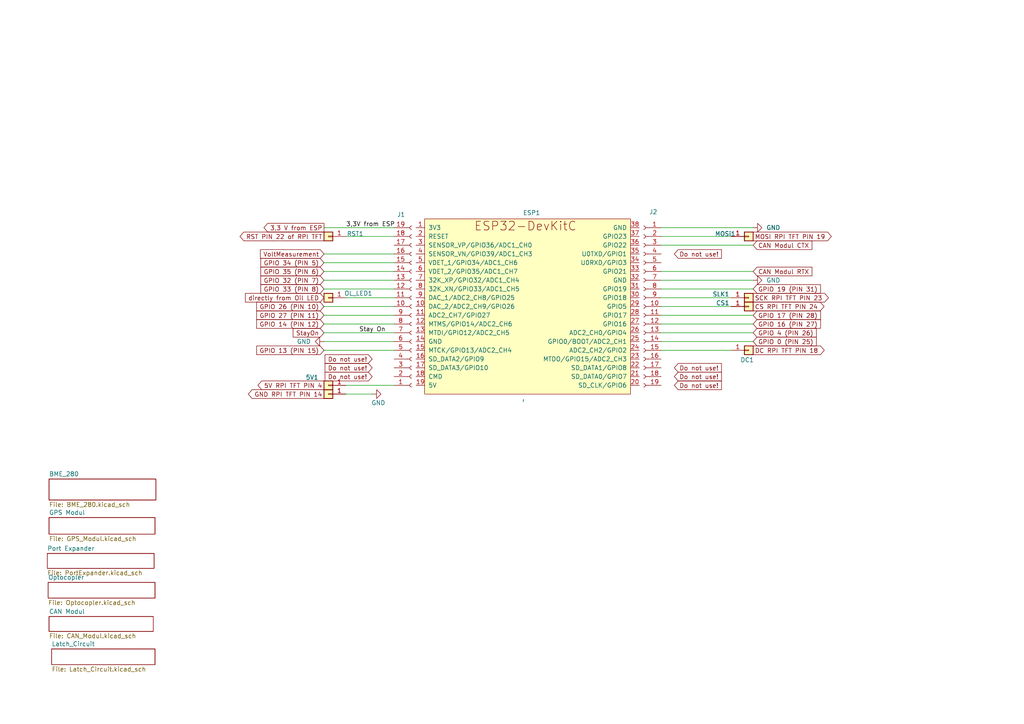
<source format=kicad_sch>
(kicad_sch (version 20250114) (generator "eeschema") (generator_version "9.0")
  (paper "A4")
  (title_block (title "T4_MFA Brakeout Board") (date "30.01.2025") (rev "4") (comment 1 "Master Sheet") (comment 2 "(c) Norbert Schechner"))
  (lib_symbols
    (symbol "Connector:Conn_01x19_Socket" (pin_names (offset 1.016) (hide yes))
      (property "Reference" "J" (at 0 25.4 0))
      (property "Value" "Conn_01x19_Socket" (at 0 -25.4 0))
      (symbol "Conn_01x19_Socket_1_1"
        (polyline (pts (xy -1.27 22.86) (xy -0.508 22.86)) (stroke (width 0.1524)))
        (polyline (pts (xy -1.27 20.32) (xy -0.508 20.32)) (stroke (width 0.1524)))
        (polyline (pts (xy -1.27 17.78) (xy -0.508 17.78)) (stroke (width 0.1524)))
        (polyline (pts (xy -1.27 15.24) (xy -0.508 15.24)) (stroke (width 0.1524)))
        (polyline (pts (xy -1.27 12.7) (xy -0.508 12.7)) (stroke (width 0.1524)))
        (polyline (pts (xy -1.27 10.16) (xy -0.508 10.16)) (stroke (width 0.1524)))
        (polyline (pts (xy -1.27 7.62) (xy -0.508 7.62)) (stroke (width 0.1524)))
        (polyline (pts (xy -1.27 5.08) (xy -0.508 5.08)) (stroke (width 0.1524)))
        (polyline (pts (xy -1.27 2.54) (xy -0.508 2.54)) (stroke (width 0.1524)))
        (polyline (pts (xy -1.27 0) (xy -0.508 0)) (stroke (width 0.1524)))
        (polyline (pts (xy -1.27 -2.54) (xy -0.508 -2.54)) (stroke (width 0.1524)))
        (polyline (pts (xy -1.27 -5.08) (xy -0.508 -5.08)) (stroke (width 0.1524)))
        (polyline (pts (xy -1.27 -7.62) (xy -0.508 -7.62)) (stroke (width 0.1524)))
        (polyline (pts (xy -1.27 -10.16) (xy -0.508 -10.16)) (stroke (width 0.1524)))
        (polyline (pts (xy -1.27 -12.7) (xy -0.508 -12.7)) (stroke (width 0.1524)))
        (polyline (pts (xy -1.27 -15.24) (xy -0.508 -15.24)) (stroke (width 0.1524)))
        (polyline (pts (xy -1.27 -17.78) (xy -0.508 -17.78)) (stroke (width 0.1524)))
        (polyline (pts (xy -1.27 -20.32) (xy -0.508 -20.32)) (stroke (width 0.1524)))
        (polyline (pts (xy -1.27 -22.86) (xy -0.508 -22.86)) (stroke (width 0.1524)))
        (arc (start 0 22.352) (mid -0.5058 22.86) (end 0 23.368) (stroke (width 0.1524)))
        (arc (start 0 19.812) (mid -0.5058 20.32) (end 0 20.828) (stroke (width 0.1524)))
        (arc (start 0 17.272) (mid -0.5058 17.78) (end 0 18.288) (stroke (width 0.1524)))
        (arc (start 0 14.732) (mid -0.5058 15.24) (end 0 15.748) (stroke (width 0.1524)))
        (arc (start 0 12.192) (mid -0.5058 12.7) (end 0 13.208) (stroke (width 0.1524)))
        (arc (start 0 9.652) (mid -0.5058 10.16) (end 0 10.668) (stroke (width 0.1524)))
        (arc (start 0 7.112) (mid -0.5058 7.62) (end 0 8.128) (stroke (width 0.1524)))
        (arc (start 0 4.572) (mid -0.5058 5.08) (end 0 5.588) (stroke (width 0.1524)))
        (arc (start 0 2.032) (mid -0.5058 2.54) (end 0 3.048) (stroke (width 0.1524)))
        (arc (start 0 -0.508) (mid -0.5058 0) (end 0 0.508) (stroke (width 0.1524)))
        (arc (start 0 -3.048) (mid -0.5058 -2.54) (end 0 -2.032) (stroke (width 0.1524)))
        (arc (start 0 -5.588) (mid -0.5058 -5.08) (end 0 -4.572) (stroke (width 0.1524)))
        (arc (start 0 -8.128) (mid -0.5058 -7.62) (end 0 -7.112) (stroke (width 0.1524)))
        (arc (start 0 -10.668) (mid -0.5058 -10.16) (end 0 -9.652) (stroke (width 0.1524)))
        (arc (start 0 -13.208) (mid -0.5058 -12.7) (end 0 -12.192) (stroke (width 0.1524)))
        (arc (start 0 -15.748) (mid -0.5058 -15.24) (end 0 -14.732) (stroke (width 0.1524)))
        (arc (start 0 -18.288) (mid -0.5058 -17.78) (end 0 -17.272) (stroke (width 0.1524)))
        (arc (start 0 -20.828) (mid -0.5058 -20.32) (end 0 -19.812) (stroke (width 0.1524)))
        (arc (start 0 -23.368) (mid -0.5058 -22.86) (end 0 -22.352) (stroke (width 0.1524)))
        (pin passive line (at -5.08 22.86 0) (length 3.81) (name "Pin_1") (number "1"))
        (pin passive line (at -5.08 20.32 0) (length 3.81) (name "Pin_2") (number "2"))
        (pin passive line (at -5.08 17.78 0) (length 3.81) (name "Pin_3") (number "3"))
        (pin passive line (at -5.08 15.24 0) (length 3.81) (name "Pin_4") (number "4"))
        (pin passive line (at -5.08 12.7 0) (length 3.81) (name "Pin_5") (number "5"))
        (pin passive line (at -5.08 10.16 0) (length 3.81) (name "Pin_6") (number "6"))
        (pin passive line (at -5.08 7.62 0) (length 3.81) (name "Pin_7") (number "7"))
        (pin passive line (at -5.08 5.08 0) (length 3.81) (name "Pin_8") (number "8"))
        (pin passive line (at -5.08 2.54 0) (length 3.81) (name "Pin_9") (number "9"))
        (pin passive line (at -5.08 0 0) (length 3.81) (name "Pin_10") (number "10"))
        (pin passive line (at -5.08 -2.54 0) (length 3.81) (name "Pin_11") (number "11"))
        (pin passive line (at -5.08 -5.08 0) (length 3.81) (name "Pin_12") (number "12"))
        (pin passive line (at -5.08 -7.62 0) (length 3.81) (name "Pin_13") (number "13"))
        (pin passive line (at -5.08 -10.16 0) (length 3.81) (name "Pin_14") (number "14"))
        (pin passive line (at -5.08 -12.7 0) (length 3.81) (name "Pin_15") (number "15"))
        (pin passive line (at -5.08 -15.24 0) (length 3.81) (name "Pin_16") (number "16"))
        (pin passive line (at -5.08 -17.78 0) (length 3.81) (name "Pin_17") (number "17"))
        (pin passive line (at -5.08 -20.32 0) (length 3.81) (name "Pin_18") (number "18"))
        (pin passive line (at -5.08 -22.86 0) (length 3.81) (name "Pin_19") (number "19"))
      )
    )
    (symbol "Connector_Generic:Conn_01x01" (pin_names (offset 1.016) (hide yes))
      (property "Reference" "J" (at 0 2.54 0))
      (property "Value" "Conn_01x01" (at 0 -2.54 0))
      (symbol "Conn_01x01_1_1"
        (rectangle (start -1.27 1.27) (end 1.27 -1.27) (stroke (width 0.254)) (fill (type background)))
        (rectangle (start -1.27 0.127) (end 0 -0.127) (stroke (width 0.1524)))
        (pin passive line (at -5.08 0 0) (length 3.81) (name "Pin_1") (number "1"))
      )
    )
    (symbol "PCM_Espressif:ESP32-DevKitC" (pin_names (offset 1.016))
      (property "Reference" "ESP32" (at -2.794 23.114 0))
      (symbol "ESP32-DevKitC_0_0"
        (text "ESP32-DevKitC" (at 1.27 -23.368 0) (effects (font (size 2.54 2.54))))
        (pin power_in line (at 33.02 22.86 180) (length 2.54) (name "5V") (number "19"))
        (pin power_in line (at 33.02 10.16 180) (length 2.54) (name "GND") (number "14"))
      )
      (symbol "ESP32-DevKitC_0_1"
        (rectangle (start -29.21 25.4) (end 30.48 -25.4) (fill (type background)))
      )
      (symbol "ESP32-DevKitC_1_1"
        (pin bidirectional line (at -31.75 22.86 0) (length 2.54) (name "SD_CLK/GPIO6") (number "20"))
        (pin bidirectional line (at -31.75 20.32 0) (length 2.54) (name "SD_DATA0/GPIO7") (number "21"))
        (pin bidirectional line (at -31.75 17.78 0) (length 2.54) (name "SD_DATA1/GPIO8") (number "22"))
        (pin bidirectional line (at -31.75 15.24 0) (length 2.54) (name "MTDO/GPIO15/ADC2_CH3") (number "23"))
        (pin bidirectional line (at -31.75 12.7 0) (length 2.54) (name "ADC2_CH2/GPIO2") (number "24"))
        (pin bidirectional line (at -31.75 10.16 0) (length 2.54) (name "GPIO0/BOOT/ADC2_CH1") (number "25"))
        (pin bidirectional line (at -31.75 7.62 0) (length 2.54) (name "ADC2_CH0/GPIO4") (number "26"))
        (pin bidirectional line (at -31.75 5.08 0) (length 2.54) (name "GPIO16") (number "27"))
        (pin bidirectional line (at -31.75 2.54 0) (length 2.54) (name "GPIO17") (number "28"))
        (pin bidirectional line (at -31.75 0 0) (length 2.54) (name "GPIO5") (number "29"))
        (pin bidirectional line (at -31.75 -2.54 0) (length 2.54) (name "GPIO18") (number "30"))
        (pin bidirectional line (at -31.75 -5.08 0) (length 2.54) (name "GPIO19") (number "31"))
        (pin passive line (at -31.75 -7.62 0) (length 2.54) (name "GND") (number "32"))
        (pin bidirectional line (at -31.75 -10.16 0) (length 2.54) (name "GPIO21") (number "33"))
        (pin bidirectional line (at -31.75 -12.7 0) (length 2.54) (name "U0RXD/GPIO3") (number "34"))
        (pin bidirectional line (at -31.75 -15.24 0) (length 2.54) (name "U0TXD/GPIO1") (number "35"))
        (pin bidirectional line (at -31.75 -17.78 0) (length 2.54) (name "GPIO22") (number "36"))
        (pin bidirectional line (at -31.75 -20.32 0) (length 2.54) (name "GPIO23") (number "37"))
        (pin passive line (at -31.75 -22.86 0) (length 2.54) (name "GND") (number "38"))
        (pin bidirectional line (at 33.02 20.32 180) (length 2.54) (name "CMD") (number "18"))
        (pin bidirectional line (at 33.02 17.78 180) (length 2.54) (name "SD_DATA3/GPIO10") (number "17"))
        (pin bidirectional line (at 33.02 15.24 180) (length 2.54) (name "SD_DATA2/GPIO9") (number "16"))
        (pin bidirectional line (at 33.02 12.7 180) (length 2.54) (name "MTCK/GPIO13/ADC2_CH4") (number "15"))
        (pin bidirectional line (at 33.02 7.62 180) (length 2.54) (name "MTDI/GPIO12/ADC2_CH5") (number "13"))
        (pin bidirectional line (at 33.02 5.08 180) (length 2.54) (name "MTMS/GPIO14/ADC2_CH6") (number "12"))
        (pin bidirectional line (at 33.02 2.54 180) (length 2.54) (name "ADC2_CH7/GPIO27") (number "11"))
        (pin bidirectional line (at 33.02 0 180) (length 2.54) (name "DAC_2/ADC2_CH9/GPIO26") (number "10"))
        (pin bidirectional line (at 33.02 -2.54 180) (length 2.54) (name "DAC_1/ADC2_CH8/GPIO25") (number "9"))
        (pin bidirectional line (at 33.02 -5.08 180) (length 2.54) (name "32K_XN/GPIO33/ADC1_CH5") (number "8"))
        (pin bidirectional line (at 33.02 -7.62 180) (length 2.54) (name "32K_XP/GPIO32/ADC1_CH4") (number "7"))
        (pin input line (at 33.02 -10.16 180) (length 2.54) (name "VDET_2/GPIO35/ADC1_CH7") (number "6"))
        (pin input line (at 33.02 -12.7 180) (length 2.54) (name "VDET_1/GPIO34/ADC1_CH6") (number "5"))
        (pin input line (at 33.02 -15.24 180) (length 2.54) (name "SENSOR_VN/GPIO39/ADC1_CH3") (number "4"))
        (pin input line (at 33.02 -17.78 180) (length 2.54) (name "SENSOR_VP/GPIO36/ADC1_CH0") (number "3"))
        (pin input line (at 33.02 -20.32 180) (length 2.54) (name "RESET") (number "2"))
        (pin power_in line (at 33.02 -22.86 180) (length 2.54) (name "3V3") (number "1"))
      )
    )
    (symbol "power:GND" (power) (pin_numbers (hide yes)) (pin_names (offset 0) (hide yes))
      (property "Value" "GND" (at 0 -3.81 0))
      (symbol "GND_0_1"
        (polyline (pts (xy 0 0) (xy 0 -1.27) (xy 1.27 -1.27) (xy 0 -2.54) (xy -1.27 -1.27) (xy 0 -1.27)))
      )
      (symbol "GND_1_1"
        (pin power_in line (at 0 0 270) (length 0) (name "~") (number "1"))
      )
    )
  )
  (wire (pts (xy 212.09 68.58) (xy 191.77 68.58)))
  (wire (pts (xy 93.98 96.52) (xy 114.3 96.52)))
  (wire (pts (xy 191.77 66.04) (xy 218.44 66.04)))
  (wire (pts (xy 191.77 93.98) (xy 218.44 93.98)))
  (wire (pts (xy 100.33 111.76) (xy 114.3 111.76)))
  (wire (pts (xy 191.77 78.74) (xy 218.44 78.74)))
  (wire (pts (xy 100.33 86.36) (xy 114.3 86.36)))
  (wire (pts (xy 93.98 83.82) (xy 114.3 83.82)))
  (wire (pts (xy 191.77 81.28) (xy 218.44 81.28)))
  (wire (pts (xy 93.98 101.6) (xy 114.3 101.6)))
  (wire (pts (xy 212.09 88.9) (xy 191.77 88.9)))
  (wire (pts (xy 191.77 91.44) (xy 218.44 91.44)))
  (wire (pts (xy 93.98 88.9) (xy 114.3 88.9)))
  (wire (pts (xy 212.09 101.6) (xy 191.77 101.6)))
  (wire (pts (xy 191.77 96.52) (xy 218.44 96.52)))
  (wire (pts (xy 212.09 86.36) (xy 191.77 86.36)))
  (wire (pts (xy 191.77 99.06) (xy 218.44 99.06)))
  (wire (pts (xy 93.98 93.98) (xy 114.3 93.98)))
  (wire (pts (xy 93.98 91.44) (xy 114.3 91.44)))
  (wire (pts (xy 93.98 66.04) (xy 114.3 66.04)))
  (wire (pts (xy 93.98 78.74) (xy 114.3 78.74)))
  (wire (pts (xy 191.77 71.12) (xy 218.44 71.12)))
  (wire (pts (xy 100.33 114.3) (xy 107.95 114.3)))
  (wire (pts (xy 100.33 68.58) (xy 114.3 68.58)))
  (wire (pts (xy 93.98 81.28) (xy 114.3 81.28)))
  (wire (pts (xy 93.98 76.2) (xy 114.3 76.2)))
  (wire (pts (xy 191.77 83.82) (xy 218.44 83.82)))
  (wire (pts (xy 93.98 99.06) (xy 114.3 99.06)))
  (wire (pts (xy 93.98 73.66) (xy 114.3 73.66)))
  (label "3,3V from ESP" (at 100.33 66.04 0))
  (label "Stay On" (at 104.14 96.52 0))
  (global_label "GPIO 16 (PIN 27)" (shape input) (at 218.44 93.98 0) (property "Intersheetrefs" "${INTERSHEET_REFS}" (at 238.54 93.98 0) (effects (justify left))))
  (global_label "GPIO 14 (PIN 12)" (shape input) (at 93.98 93.98 180) (property "Intersheetrefs" "${INTERSHEET_REFS}" (at 73.88 93.98 0) (effects (justify right))))
  (global_label "GPIO 27 (PIN 11)" (shape input) (at 93.98 91.44 180) (property "Intersheetrefs" "${INTERSHEET_REFS}" (at 73.88 91.44 0) (effects (justify right))))
  (global_label "GPIO 4 (PIN 26)" (shape input) (at 218.44 96.52 0) (property "Intersheetrefs" "${INTERSHEET_REFS}" (at 237.3305 96.52 0) (effects (justify left))))
  (global_label "3,3 V from ESP" (shape output) (at 93.98 66.04 180) (property "Intersheetrefs" "${INTERSHEET_REFS}" (at 75.9969 66.04 0) (effects (justify right))))
  (global_label "Do not use!" (shape input) (at 107.95 109.22 180) (property "Intersheetrefs" "${INTERSHEET_REFS}" (at 93.7164 109.22 0) (effects (justify right))))
  (global_label "SCK RPI TFT PIN 23" (shape output) (at 218.44 86.36 0) (property "Intersheetrefs" "${INTERSHEET_REFS}" (at 240.838 86.36 0) (effects (justify left))))
  (global_label "GPIO 17 (PIN 28)" (shape input) (at 218.44 91.44 0) (property "Intersheetrefs" "${INTERSHEET_REFS}" (at 238.54 91.44 0) (effects (justify left))))
  (global_label "GND RPI TFT PIN 14" (shape output) (at 93.98 114.3 180) (property "Intersheetrefs" "${INTERSHEET_REFS}" (at 71.461 114.3 0) (effects (justify right))))
  (global_label "CAN Modul CTX" (shape input) (at 218.44 71.12 0) (property "Intersheetrefs" "${INTERSHEET_REFS}" (at 236.0602 71.12 0) (effects (justify left))))
  (global_label "MOSI RPI TFT PIN 19" (shape output) (at 218.44 68.58 0) (property "Intersheetrefs" "${INTERSHEET_REFS}" (at 241.6847 68.58 0) (effects (justify left))))
  (global_label "GPIO 13 (PIN 15)" (shape input) (at 93.98 101.6 180) (property "Intersheetrefs" "${INTERSHEET_REFS}" (at 73.88 101.6 0) (effects (justify right))))
  (global_label "CS RPI TFT PIN 24" (shape output) (at 218.44 88.9 0) (property "Intersheetrefs" "${INTERSHEET_REFS}" (at 239.568 88.9 0) (effects (justify left))))
  (global_label "Do not use!" (shape input) (at 107.95 106.68 180) (property "Intersheetrefs" "${INTERSHEET_REFS}" (at 93.7164 106.68 0) (effects (justify right))))
  (global_label "StayOn" (shape input) (at 93.98 96.52 180) (property "Intersheetrefs" "${INTERSHEET_REFS}" (at 84.4635 96.52 0) (effects (justify right))))
  (global_label "GPIO 33 (PIN 8)" (shape input) (at 93.98 83.82 180) (property "Intersheetrefs" "${INTERSHEET_REFS}" (at 75.0895 83.82 0) (effects (justify right))))
  (global_label "Do not use!" (shape input) (at 107.95 104.14 180) (property "Intersheetrefs" "${INTERSHEET_REFS}" (at 93.7164 104.14 0) (effects (justify right))))
  (global_label "directly from Oil LED" (shape input) (at 93.98 86.36 180) (property "Intersheetrefs" "${INTERSHEET_REFS}" (at 70.6145 86.36 0) (effects (justify right))))
  (global_label "VoltMeasurement" (shape input) (at 93.98 73.66 180) (property "Intersheetrefs" "${INTERSHEET_REFS}" (at 74.9688 73.66 0) (effects (justify right))))
  (global_label "Do not use!" (shape input) (at 195.58 73.66 0) (property "Intersheetrefs" "${INTERSHEET_REFS}" (at 209.8136 73.66 0) (effects (justify left))))
  (global_label "5V RPI TFT PIN 4" (shape output) (at 93.98 111.76 180) (property "Intersheetrefs" "${INTERSHEET_REFS}" (at 74.2429 111.76 0) (effects (justify right))))
  (global_label "GPIO 34 (PIN 5)" (shape input) (at 93.98 76.2 180) (property "Intersheetrefs" "${INTERSHEET_REFS}" (at 75.0895 76.2 0) (effects (justify right))))
  (global_label "Do not use!" (shape input) (at 195.58 111.76 0) (property "Intersheetrefs" "${INTERSHEET_REFS}" (at 209.8136 111.76 0) (effects (justify left))))
  (global_label "Do not use!" (shape input) (at 195.58 109.22 0) (property "Intersheetrefs" "${INTERSHEET_REFS}" (at 209.8136 109.22 0) (effects (justify left))))
  (global_label "GPIO 26 (PIN 10)" (shape input) (at 93.98 88.9 180) (property "Intersheetrefs" "${INTERSHEET_REFS}" (at 73.88 88.9 0) (effects (justify right))))
  (global_label "GPIO 0 (PIN 25)" (shape input) (at 218.44 99.06 0) (property "Intersheetrefs" "${INTERSHEET_REFS}" (at 237.3305 99.06 0) (effects (justify left))))
  (global_label "Do not use!" (shape input) (at 195.58 106.68 0) (property "Intersheetrefs" "${INTERSHEET_REFS}" (at 209.8136 106.68 0) (effects (justify left))))
  (global_label "GPIO 19 (PIN 31)" (shape input) (at 218.44 83.82 0) (property "Intersheetrefs" "${INTERSHEET_REFS}" (at 238.54 83.82 0) (effects (justify left))))
  (global_label "CAN Modul RTX" (shape input) (at 218.44 78.74 0) (property "Intersheetrefs" "${INTERSHEET_REFS}" (at 236.0602 78.74 0) (effects (justify left))))
  (global_label "RST PIN 22 of RPI TFT" (shape output) (at 93.98 68.58 180) (property "Intersheetrefs" "${INTERSHEET_REFS}" (at 69.0421 68.58 0) (effects (justify right))))
  (global_label "DC RPI TFT PIN 18" (shape output) (at 218.44 101.6 0) (property "Intersheetrefs" "${INTERSHEET_REFS}" (at 239.6285 101.6 0) (effects (justify left))))
  (global_label "GPIO 32 (PIN 7)" (shape input) (at 93.98 81.28 180) (property "Intersheetrefs" "${INTERSHEET_REFS}" (at 75.0895 81.28 0) (effects (justify right))))
  (global_label "GPIO 35 (PIN 6)" (shape input) (at 93.98 78.74 180) (property "Intersheetrefs" "${INTERSHEET_REFS}" (at 75.0895 78.74 0) (effects (justify right))))
  (symbol (lib_id "Connector:Conn_01x19_Socket") (at 186.69 88.9 0) (mirror y) (unit 1)
    (property "Reference" "J2" (at 189.484 61.468 0))
    (property "Value" "Conn_01x19_Socket" (effects (hide yes)))
    (property "Footprint" "Connector_PinSocket_2.54mm:PinSocket_1x19_P2.54mm_Vertical" (effects (hide yes)))
    (property "Description" "Generic connector, single row, 01x19, script generated" (effects (hide yes)))
  )
  (symbol (lib_id "Connector_Generic:Conn_01x01") (at 217.17 68.58 0) (unit 1)
    (property "Reference" "MOSi1" (at 213.36 67.818 0) (effects (justify right)))
    (property "Value" "TFT_MOSI" (effects (hide yes)))
    (property "Footprint" "Connector_Wire:SolderWire-0.5sqmm_1x01_D0.9mm_OD2.1mm" (effects (hide yes)))
    (property "Description" "Generic connector, single row, 01x01, script generated (kicad-library-utils/schlib/autogen/connector/)" (effects (hide yes)))
  )
  (symbol (lib_id "Connector:Conn_01x19_Socket") (at 119.38 88.9 0) (mirror x) (unit 1)
    (property "Reference" "J1" (at 116.332 62.23 0))
    (property "Value" "Conn_01x19_Socket" (effects (hide yes)))
    (property "Footprint" "Connector_PinSocket_2.54mm:PinSocket_1x19_P2.54mm_Vertical" (effects (hide yes)))
    (property "Description" "Generic connector, single row, 01x19, script generated" (effects (hide yes)))
  )
  (symbol (lib_id "Connector_Generic:Conn_01x01") (at 95.25 114.3 180) (unit 1)
    (property "Reference" "GND_1" (effects (hide yes)))
    (property "Value" "TFT_GND" (effects (hide yes)))
    (property "Footprint" "Connector_Wire:SolderWire-0.5sqmm_1x01_D0.9mm_OD2.1mm" (effects (hide yes)))
    (property "Description" "Generic connector, single row, 01x01, script generated (kicad-library-utils/schlib/autogen/connector/)" (effects (hide yes)))
  )
  (symbol (lib_id "Connector_Generic:Conn_01x01") (at 217.17 101.6 0) (unit 1)
    (property "Reference" "DC1" (at 218.694 104.394 0) (effects (justify right)))
    (property "Value" "TFT_DC" (effects (hide yes)))
    (property "Footprint" "Connector_Wire:SolderWire-0.5sqmm_1x01_D0.9mm_OD2.1mm" (effects (hide yes)))
    (property "Description" "Generic connector, single row, 01x01, script generated (kicad-library-utils/schlib/autogen/connector/)" (effects (hide yes)))
  )
  (symbol (lib_id "Connector_Generic:Conn_01x01") (at 217.17 88.9 0) (unit 1)
    (property "Reference" "CS1" (at 211.582 87.884 0) (effects (justify right)))
    (property "Value" "TFT_CS" (effects (hide yes)))
    (property "Footprint" "Connector_Wire:SolderWire-0.5sqmm_1x01_D0.9mm_OD2.1mm" (effects (hide yes)))
    (property "Description" "Generic connector, single row, 01x01, script generated (kicad-library-utils/schlib/autogen/connector/)" (effects (hide yes)))
  )
  (symbol (lib_id "Connector_Generic:Conn_01x01") (at 217.17 86.36 0) (unit 1)
    (property "Reference" "SLK1" (at 211.582 85.344 0) (effects (justify right)))
    (property "Value" "TFT_SLK" (effects (hide yes)))
    (property "Footprint" "Connector_Wire:SolderWire-0.5sqmm_1x01_D0.9mm_OD2.1mm" (effects (hide yes)))
    (property "Description" "Generic connector, single row, 01x01, script generated (kicad-library-utils/schlib/autogen/connector/)" (effects (hide yes)))
  )
  (symbol (lib_id "Connector_Generic:Conn_01x01") (at 95.25 86.36 180) (unit 1)
    (property "Reference" "OL_LED1" (at 99.822 85.09 0) (effects (justify right)))
    (property "Value" "O_Lev_LED" (effects (hide yes)))
    (property "Footprint" "Connector_Wire:SolderWire-0.5sqmm_1x01_D0.9mm_OD2.1mm" (effects (hide yes)))
    (property "Description" "Generic connector, single row, 01x01, script generated (kicad-library-utils/schlib/autogen/connector/)" (effects (hide yes)))
  )
  (symbol (lib_id "power:GND") (at 93.98 99.06 270) (unit 1)
    (property "Reference" "#PWR1" (effects (hide yes)))
    (property "Value" "GND" (at 90.17 99.06 90) (effects (justify right)))
    (property "Description" "Power symbol creates a global label with name \"GND\" , ground" (effects (hide yes)))
  )
  (symbol (lib_id "power:GND") (at 218.44 81.28 90) (unit 1)
    (property "Reference" "#PWR4" (effects (hide yes)))
    (property "Value" "GND" (at 222.25 81.2799 90) (effects (justify right)))
    (property "Description" "Power symbol creates a global label with name \"GND\" , ground" (effects (hide yes)))
  )
  (symbol (lib_id "Connector_Generic:Conn_01x01") (at 95.25 68.58 180) (unit 1)
    (property "Reference" "RST1" (at 100.584 67.818 0) (effects (justify right)))
    (property "Value" "TFT_RST" (effects (hide yes)))
    (property "Footprint" "Connector_Wire:SolderWire-0.5sqmm_1x01_D0.9mm_OD2.1mm" (effects (hide yes)))
    (property "Description" "Generic connector, single row, 01x01, script generated (kicad-library-utils/schlib/autogen/connector/)" (effects (hide yes)))
  )
  (symbol (lib_id "power:GND") (at 107.95 114.3 90) (unit 1)
    (property "Reference" "#PWR2" (effects (hide yes)))
    (property "Value" "GND" (at 107.696 116.84 90) (effects (justify right)))
    (property "Description" "Power symbol creates a global label with name \"GND\" , ground" (effects (hide yes)))
  )
  (symbol (lib_id "power:GND") (at 218.44 66.04 90) (unit 1)
    (property "Reference" "#PWR3" (effects (hide yes)))
    (property "Value" "GND" (at 222.25 66.0399 90) (effects (justify right)))
    (property "Description" "Power symbol creates a global label with name \"GND\" , ground" (effects (hide yes)))
  )
  (symbol (lib_id "PCM_Espressif:ESP32-DevKitC") (at 153.67 88.9 180) (unit 1)
    (property "Reference" "ESP1" (at 156.718 61.722 0) (effects (justify left)))
    (property "Value" "~" (at 151.765 115.57 90) (effects (justify left)))
    (property "Footprint" "PCM_Espressif:ESP32-DevKitC" (effects (hide yes)))
  )
  (symbol (lib_id "Connector_Generic:Conn_01x01") (at 95.25 111.76 180) (unit 1)
    (property "Reference" "5V1" (at 88.646 109.474 0) (effects (justify right)))
    (property "Value" "TFT_5V" (effects (hide yes)))
    (property "Footprint" "Connector_Wire:SolderWire-0.5sqmm_1x01_D0.9mm_OD2.1mm" (effects (hide yes)))
    (property "Description" "Generic connector, single row, 01x01, script generated (kicad-library-utils/schlib/autogen/connector/)" (effects (hide yes)))
  )
  (sheet (at 14.224 150.114) (size 30.734 4.826) (stroke (width 0.1524))
    (property "Sheetname" "GPS Modul" (at 14.224 149.4024 0) (effects (justify left bottom)))
    (property "Sheetfile" "GPS_Modul.kicad_sch" (at 14.224 155.5246 0) (effects (justify left top)))
  )
  (sheet (at 13.97 168.91) (size 30.988 4.572) (stroke (width 0.1524))
    (property "Sheetname" "Optocopler" (at 13.97 168.1984 0) (effects (justify left bottom)))
    (property "Sheetfile" "Optocopler.kicad_sch" (at 13.97 174.0666 0) (effects (justify left top)))
  )
  (sheet (at 14.224 138.938) (size 30.988 6.096) (stroke (width 0.1524))
    (property "Sheetname" "BME_280" (at 14.224 138.2264 0) (effects (justify left bottom)))
    (property "Sheetfile" "BME_280.kicad_sch" (at 14.224 145.6186 0) (effects (justify left top)))
  )
  (sheet (at 13.716 160.528) (size 30.988 4.318) (stroke (width 0.1524))
    (property "Sheetname" "Port Expander" (at 13.716 159.8164 0) (effects (justify left bottom)))
    (property "Sheetfile" "PortExpander.kicad_sch" (at 13.716 165.4306 0) (effects (justify left top)))
  )
  (sheet (at 14.986 188.214) (size 29.972 4.572) (stroke (width 0.1524))
    (property "Sheetname" "Latch_Circuit" (at 14.986 187.5024 0) (effects (justify left bottom)))
    (property "Sheetfile" "Latch_Circuit.kicad_sch" (at 14.986 193.3706 0) (effects (justify left top)))
  )
  (sheet (at 14.224 178.816) (size 30.226 4.318) (stroke (width 0.1524))
    (property "Sheetname" "CAN Modul" (at 14.224 178.1044 0) (effects (justify left bottom)))
    (property "Sheetfile" "CAN_Modul.kicad_sch" (at 14.224 183.7186 0) (effects (justify left top)))
  )
)
</source>
